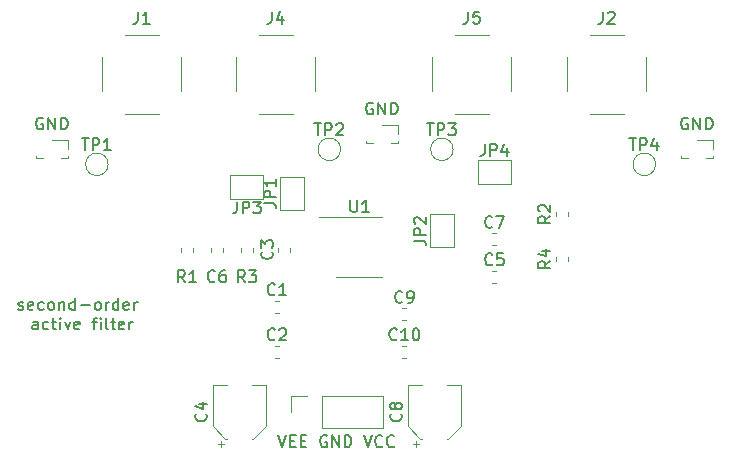
<source format=gbr>
G04 #@! TF.GenerationSoftware,KiCad,Pcbnew,(5.1.2)-2*
G04 #@! TF.CreationDate,2019-07-06T17:30:01+08:00*
G04 #@! TF.ProjectId,active_filter,61637469-7665-45f6-9669-6c7465722e6b,rev?*
G04 #@! TF.SameCoordinates,Original*
G04 #@! TF.FileFunction,Legend,Top*
G04 #@! TF.FilePolarity,Positive*
%FSLAX46Y46*%
G04 Gerber Fmt 4.6, Leading zero omitted, Abs format (unit mm)*
G04 Created by KiCad (PCBNEW (5.1.2)-2) date 2019-07-06 17:30:01*
%MOMM*%
%LPD*%
G04 APERTURE LIST*
%ADD10C,0.150000*%
%ADD11C,0.120000*%
G04 APERTURE END LIST*
D10*
X112729047Y-98004761D02*
X112824285Y-98052380D01*
X113014761Y-98052380D01*
X113110000Y-98004761D01*
X113157619Y-97909523D01*
X113157619Y-97861904D01*
X113110000Y-97766666D01*
X113014761Y-97719047D01*
X112871904Y-97719047D01*
X112776666Y-97671428D01*
X112729047Y-97576190D01*
X112729047Y-97528571D01*
X112776666Y-97433333D01*
X112871904Y-97385714D01*
X113014761Y-97385714D01*
X113110000Y-97433333D01*
X113967142Y-98004761D02*
X113871904Y-98052380D01*
X113681428Y-98052380D01*
X113586190Y-98004761D01*
X113538571Y-97909523D01*
X113538571Y-97528571D01*
X113586190Y-97433333D01*
X113681428Y-97385714D01*
X113871904Y-97385714D01*
X113967142Y-97433333D01*
X114014761Y-97528571D01*
X114014761Y-97623809D01*
X113538571Y-97719047D01*
X114871904Y-98004761D02*
X114776666Y-98052380D01*
X114586190Y-98052380D01*
X114490952Y-98004761D01*
X114443333Y-97957142D01*
X114395714Y-97861904D01*
X114395714Y-97576190D01*
X114443333Y-97480952D01*
X114490952Y-97433333D01*
X114586190Y-97385714D01*
X114776666Y-97385714D01*
X114871904Y-97433333D01*
X115443333Y-98052380D02*
X115348095Y-98004761D01*
X115300476Y-97957142D01*
X115252857Y-97861904D01*
X115252857Y-97576190D01*
X115300476Y-97480952D01*
X115348095Y-97433333D01*
X115443333Y-97385714D01*
X115586190Y-97385714D01*
X115681428Y-97433333D01*
X115729047Y-97480952D01*
X115776666Y-97576190D01*
X115776666Y-97861904D01*
X115729047Y-97957142D01*
X115681428Y-98004761D01*
X115586190Y-98052380D01*
X115443333Y-98052380D01*
X116205238Y-97385714D02*
X116205238Y-98052380D01*
X116205238Y-97480952D02*
X116252857Y-97433333D01*
X116348095Y-97385714D01*
X116490952Y-97385714D01*
X116586190Y-97433333D01*
X116633809Y-97528571D01*
X116633809Y-98052380D01*
X117538571Y-98052380D02*
X117538571Y-97052380D01*
X117538571Y-98004761D02*
X117443333Y-98052380D01*
X117252857Y-98052380D01*
X117157619Y-98004761D01*
X117110000Y-97957142D01*
X117062380Y-97861904D01*
X117062380Y-97576190D01*
X117110000Y-97480952D01*
X117157619Y-97433333D01*
X117252857Y-97385714D01*
X117443333Y-97385714D01*
X117538571Y-97433333D01*
X118014761Y-97671428D02*
X118776666Y-97671428D01*
X119395714Y-98052380D02*
X119300476Y-98004761D01*
X119252857Y-97957142D01*
X119205238Y-97861904D01*
X119205238Y-97576190D01*
X119252857Y-97480952D01*
X119300476Y-97433333D01*
X119395714Y-97385714D01*
X119538571Y-97385714D01*
X119633809Y-97433333D01*
X119681428Y-97480952D01*
X119729047Y-97576190D01*
X119729047Y-97861904D01*
X119681428Y-97957142D01*
X119633809Y-98004761D01*
X119538571Y-98052380D01*
X119395714Y-98052380D01*
X120157619Y-98052380D02*
X120157619Y-97385714D01*
X120157619Y-97576190D02*
X120205238Y-97480952D01*
X120252857Y-97433333D01*
X120348095Y-97385714D01*
X120443333Y-97385714D01*
X121205238Y-98052380D02*
X121205238Y-97052380D01*
X121205238Y-98004761D02*
X121110000Y-98052380D01*
X120919523Y-98052380D01*
X120824285Y-98004761D01*
X120776666Y-97957142D01*
X120729047Y-97861904D01*
X120729047Y-97576190D01*
X120776666Y-97480952D01*
X120824285Y-97433333D01*
X120919523Y-97385714D01*
X121110000Y-97385714D01*
X121205238Y-97433333D01*
X122062380Y-98004761D02*
X121967142Y-98052380D01*
X121776666Y-98052380D01*
X121681428Y-98004761D01*
X121633809Y-97909523D01*
X121633809Y-97528571D01*
X121681428Y-97433333D01*
X121776666Y-97385714D01*
X121967142Y-97385714D01*
X122062380Y-97433333D01*
X122110000Y-97528571D01*
X122110000Y-97623809D01*
X121633809Y-97719047D01*
X122538571Y-98052380D02*
X122538571Y-97385714D01*
X122538571Y-97576190D02*
X122586190Y-97480952D01*
X122633809Y-97433333D01*
X122729047Y-97385714D01*
X122824285Y-97385714D01*
X114371904Y-99702380D02*
X114371904Y-99178571D01*
X114324285Y-99083333D01*
X114229047Y-99035714D01*
X114038571Y-99035714D01*
X113943333Y-99083333D01*
X114371904Y-99654761D02*
X114276666Y-99702380D01*
X114038571Y-99702380D01*
X113943333Y-99654761D01*
X113895714Y-99559523D01*
X113895714Y-99464285D01*
X113943333Y-99369047D01*
X114038571Y-99321428D01*
X114276666Y-99321428D01*
X114371904Y-99273809D01*
X115276666Y-99654761D02*
X115181428Y-99702380D01*
X114990952Y-99702380D01*
X114895714Y-99654761D01*
X114848095Y-99607142D01*
X114800476Y-99511904D01*
X114800476Y-99226190D01*
X114848095Y-99130952D01*
X114895714Y-99083333D01*
X114990952Y-99035714D01*
X115181428Y-99035714D01*
X115276666Y-99083333D01*
X115562380Y-99035714D02*
X115943333Y-99035714D01*
X115705238Y-98702380D02*
X115705238Y-99559523D01*
X115752857Y-99654761D01*
X115848095Y-99702380D01*
X115943333Y-99702380D01*
X116276666Y-99702380D02*
X116276666Y-99035714D01*
X116276666Y-98702380D02*
X116229047Y-98750000D01*
X116276666Y-98797619D01*
X116324285Y-98750000D01*
X116276666Y-98702380D01*
X116276666Y-98797619D01*
X116657619Y-99035714D02*
X116895714Y-99702380D01*
X117133809Y-99035714D01*
X117895714Y-99654761D02*
X117800476Y-99702380D01*
X117610000Y-99702380D01*
X117514761Y-99654761D01*
X117467142Y-99559523D01*
X117467142Y-99178571D01*
X117514761Y-99083333D01*
X117610000Y-99035714D01*
X117800476Y-99035714D01*
X117895714Y-99083333D01*
X117943333Y-99178571D01*
X117943333Y-99273809D01*
X117467142Y-99369047D01*
X118990952Y-99035714D02*
X119371904Y-99035714D01*
X119133809Y-99702380D02*
X119133809Y-98845238D01*
X119181428Y-98750000D01*
X119276666Y-98702380D01*
X119371904Y-98702380D01*
X119705238Y-99702380D02*
X119705238Y-99035714D01*
X119705238Y-98702380D02*
X119657619Y-98750000D01*
X119705238Y-98797619D01*
X119752857Y-98750000D01*
X119705238Y-98702380D01*
X119705238Y-98797619D01*
X120324285Y-99702380D02*
X120229047Y-99654761D01*
X120181428Y-99559523D01*
X120181428Y-98702380D01*
X120562380Y-99035714D02*
X120943333Y-99035714D01*
X120705238Y-98702380D02*
X120705238Y-99559523D01*
X120752857Y-99654761D01*
X120848095Y-99702380D01*
X120943333Y-99702380D01*
X121657619Y-99654761D02*
X121562380Y-99702380D01*
X121371904Y-99702380D01*
X121276666Y-99654761D01*
X121229047Y-99559523D01*
X121229047Y-99178571D01*
X121276666Y-99083333D01*
X121371904Y-99035714D01*
X121562380Y-99035714D01*
X121657619Y-99083333D01*
X121705238Y-99178571D01*
X121705238Y-99273809D01*
X121229047Y-99369047D01*
X122133809Y-99702380D02*
X122133809Y-99035714D01*
X122133809Y-99226190D02*
X122181428Y-99130952D01*
X122229047Y-99083333D01*
X122324285Y-99035714D01*
X122419523Y-99035714D01*
D11*
X143510000Y-82425000D02*
X144840000Y-82425000D01*
X144840000Y-82425000D02*
X144840000Y-83185000D01*
X144840000Y-83760000D02*
X144840000Y-83880000D01*
X142180000Y-83760000D02*
X142180000Y-83880000D01*
X144270000Y-83880000D02*
X144840000Y-83880000D01*
X142180000Y-83880000D02*
X142750000Y-83880000D01*
X170180000Y-83695000D02*
X171510000Y-83695000D01*
X171510000Y-83695000D02*
X171510000Y-84455000D01*
X171510000Y-85030000D02*
X171510000Y-85150000D01*
X168850000Y-85030000D02*
X168850000Y-85150000D01*
X170940000Y-85150000D02*
X171510000Y-85150000D01*
X168850000Y-85150000D02*
X169420000Y-85150000D01*
X115570000Y-83695000D02*
X116900000Y-83695000D01*
X116900000Y-83695000D02*
X116900000Y-84455000D01*
X116900000Y-85030000D02*
X116900000Y-85150000D01*
X114240000Y-85030000D02*
X114240000Y-85150000D01*
X116330000Y-85150000D02*
X116900000Y-85150000D01*
X114240000Y-85150000D02*
X114810000Y-85150000D01*
X149540000Y-84455000D02*
G75*
G03X149540000Y-84455000I-950000J0D01*
G01*
X140015000Y-84455000D02*
G75*
G03X140015000Y-84455000I-950000J0D01*
G01*
X166685000Y-85725000D02*
G75*
G03X166685000Y-85725000I-950000J0D01*
G01*
X120330000Y-85725000D02*
G75*
G03X120330000Y-85725000I-950000J0D01*
G01*
X134448733Y-98300000D02*
X134791267Y-98300000D01*
X134448733Y-97280000D02*
X134791267Y-97280000D01*
X134448733Y-101090000D02*
X134791267Y-101090000D01*
X134448733Y-102110000D02*
X134791267Y-102110000D01*
X134745000Y-93121267D02*
X134745000Y-92778733D01*
X135765000Y-93121267D02*
X135765000Y-92778733D01*
X129635000Y-109430000D02*
X130135000Y-109430000D01*
X129885000Y-109680000D02*
X129885000Y-109180000D01*
X132640563Y-108940000D02*
X133705000Y-107875563D01*
X130249437Y-108940000D02*
X129185000Y-107875563D01*
X130249437Y-108940000D02*
X130385000Y-108940000D01*
X132640563Y-108940000D02*
X132505000Y-108940000D01*
X133705000Y-107875563D02*
X133705000Y-104420000D01*
X129185000Y-107875563D02*
X129185000Y-104420000D01*
X129185000Y-104420000D02*
X130385000Y-104420000D01*
X133705000Y-104420000D02*
X132505000Y-104420000D01*
X152863733Y-94740000D02*
X153206267Y-94740000D01*
X152863733Y-95760000D02*
X153206267Y-95760000D01*
X129030000Y-92778733D02*
X129030000Y-93121267D01*
X130050000Y-92778733D02*
X130050000Y-93121267D01*
X152863733Y-92585000D02*
X153206267Y-92585000D01*
X152863733Y-91565000D02*
X153206267Y-91565000D01*
X150215000Y-104420000D02*
X149015000Y-104420000D01*
X145695000Y-104420000D02*
X146895000Y-104420000D01*
X145695000Y-107875563D02*
X145695000Y-104420000D01*
X150215000Y-107875563D02*
X150215000Y-104420000D01*
X149150563Y-108940000D02*
X149015000Y-108940000D01*
X146759437Y-108940000D02*
X146895000Y-108940000D01*
X146759437Y-108940000D02*
X145695000Y-107875563D01*
X149150563Y-108940000D02*
X150215000Y-107875563D01*
X146395000Y-109680000D02*
X146395000Y-109180000D01*
X146145000Y-109430000D02*
X146645000Y-109430000D01*
X145243733Y-97915000D02*
X145586267Y-97915000D01*
X145243733Y-98935000D02*
X145586267Y-98935000D01*
X145243733Y-102110000D02*
X145586267Y-102110000D01*
X145243733Y-101090000D02*
X145586267Y-101090000D01*
X119835000Y-76655000D02*
X119835000Y-79555000D01*
X126545000Y-76655000D02*
X126545000Y-79555000D01*
X121740000Y-81460000D02*
X124640000Y-81460000D01*
X121740000Y-74750000D02*
X124640000Y-74750000D01*
X161110000Y-74750000D02*
X164010000Y-74750000D01*
X161110000Y-81460000D02*
X164010000Y-81460000D01*
X165915000Y-76655000D02*
X165915000Y-79555000D01*
X159205000Y-76655000D02*
X159205000Y-79555000D01*
X138430000Y-108010000D02*
X138430000Y-105350000D01*
X138430000Y-108010000D02*
X143570000Y-108010000D01*
X143570000Y-108010000D02*
X143570000Y-105350000D01*
X138430000Y-105350000D02*
X143570000Y-105350000D01*
X135830000Y-105350000D02*
X137160000Y-105350000D01*
X135830000Y-106680000D02*
X135830000Y-105350000D01*
X133075001Y-74750000D02*
X135975001Y-74750000D01*
X133075001Y-81460000D02*
X135975001Y-81460000D01*
X137880001Y-76655000D02*
X137880001Y-79555000D01*
X131170001Y-76655000D02*
X131170001Y-79555000D01*
X147775000Y-76655000D02*
X147775000Y-79555000D01*
X154485000Y-76655000D02*
X154485000Y-79555000D01*
X149680000Y-81460000D02*
X152580000Y-81460000D01*
X149680000Y-74750000D02*
X152580000Y-74750000D01*
X134890000Y-89575000D02*
X134890000Y-86775000D01*
X134890000Y-86775000D02*
X136890000Y-86775000D01*
X136890000Y-86775000D02*
X136890000Y-89575000D01*
X136890000Y-89575000D02*
X134890000Y-89575000D01*
X147590000Y-92750000D02*
X147590000Y-89950000D01*
X147590000Y-89950000D02*
X149590000Y-89950000D01*
X149590000Y-89950000D02*
X149590000Y-92750000D01*
X149590000Y-92750000D02*
X147590000Y-92750000D01*
X133480000Y-86630000D02*
X133480000Y-88630000D01*
X130680000Y-86630000D02*
X133480000Y-86630000D01*
X130680000Y-88630000D02*
X130680000Y-86630000D01*
X133480000Y-88630000D02*
X130680000Y-88630000D01*
X151635000Y-87360000D02*
X151635000Y-85360000D01*
X154435000Y-87360000D02*
X151635000Y-87360000D01*
X154435000Y-85360000D02*
X154435000Y-87360000D01*
X151635000Y-85360000D02*
X154435000Y-85360000D01*
X126490000Y-93121267D02*
X126490000Y-92778733D01*
X127510000Y-93121267D02*
X127510000Y-92778733D01*
X158240000Y-90101267D02*
X158240000Y-89758733D01*
X159260000Y-90101267D02*
X159260000Y-89758733D01*
X132590000Y-93121267D02*
X132590000Y-92778733D01*
X131570000Y-93121267D02*
X131570000Y-92778733D01*
X159260000Y-93911267D02*
X159260000Y-93568733D01*
X158240000Y-93911267D02*
X158240000Y-93568733D01*
X141605000Y-95270000D02*
X143555000Y-95270000D01*
X141605000Y-95270000D02*
X139655000Y-95270000D01*
X141605000Y-90150000D02*
X143555000Y-90150000D01*
X141605000Y-90150000D02*
X138155000Y-90150000D01*
D10*
X142748095Y-80550000D02*
X142652857Y-80502380D01*
X142510000Y-80502380D01*
X142367142Y-80550000D01*
X142271904Y-80645238D01*
X142224285Y-80740476D01*
X142176666Y-80930952D01*
X142176666Y-81073809D01*
X142224285Y-81264285D01*
X142271904Y-81359523D01*
X142367142Y-81454761D01*
X142510000Y-81502380D01*
X142605238Y-81502380D01*
X142748095Y-81454761D01*
X142795714Y-81407142D01*
X142795714Y-81073809D01*
X142605238Y-81073809D01*
X143224285Y-81502380D02*
X143224285Y-80502380D01*
X143795714Y-81502380D01*
X143795714Y-80502380D01*
X144271904Y-81502380D02*
X144271904Y-80502380D01*
X144510000Y-80502380D01*
X144652857Y-80550000D01*
X144748095Y-80645238D01*
X144795714Y-80740476D01*
X144843333Y-80930952D01*
X144843333Y-81073809D01*
X144795714Y-81264285D01*
X144748095Y-81359523D01*
X144652857Y-81454761D01*
X144510000Y-81502380D01*
X144271904Y-81502380D01*
X169418095Y-81820000D02*
X169322857Y-81772380D01*
X169180000Y-81772380D01*
X169037142Y-81820000D01*
X168941904Y-81915238D01*
X168894285Y-82010476D01*
X168846666Y-82200952D01*
X168846666Y-82343809D01*
X168894285Y-82534285D01*
X168941904Y-82629523D01*
X169037142Y-82724761D01*
X169180000Y-82772380D01*
X169275238Y-82772380D01*
X169418095Y-82724761D01*
X169465714Y-82677142D01*
X169465714Y-82343809D01*
X169275238Y-82343809D01*
X169894285Y-82772380D02*
X169894285Y-81772380D01*
X170465714Y-82772380D01*
X170465714Y-81772380D01*
X170941904Y-82772380D02*
X170941904Y-81772380D01*
X171180000Y-81772380D01*
X171322857Y-81820000D01*
X171418095Y-81915238D01*
X171465714Y-82010476D01*
X171513333Y-82200952D01*
X171513333Y-82343809D01*
X171465714Y-82534285D01*
X171418095Y-82629523D01*
X171322857Y-82724761D01*
X171180000Y-82772380D01*
X170941904Y-82772380D01*
X114808095Y-81820000D02*
X114712857Y-81772380D01*
X114570000Y-81772380D01*
X114427142Y-81820000D01*
X114331904Y-81915238D01*
X114284285Y-82010476D01*
X114236666Y-82200952D01*
X114236666Y-82343809D01*
X114284285Y-82534285D01*
X114331904Y-82629523D01*
X114427142Y-82724761D01*
X114570000Y-82772380D01*
X114665238Y-82772380D01*
X114808095Y-82724761D01*
X114855714Y-82677142D01*
X114855714Y-82343809D01*
X114665238Y-82343809D01*
X115284285Y-82772380D02*
X115284285Y-81772380D01*
X115855714Y-82772380D01*
X115855714Y-81772380D01*
X116331904Y-82772380D02*
X116331904Y-81772380D01*
X116570000Y-81772380D01*
X116712857Y-81820000D01*
X116808095Y-81915238D01*
X116855714Y-82010476D01*
X116903333Y-82200952D01*
X116903333Y-82343809D01*
X116855714Y-82534285D01*
X116808095Y-82629523D01*
X116712857Y-82724761D01*
X116570000Y-82772380D01*
X116331904Y-82772380D01*
X147328095Y-82259380D02*
X147899523Y-82259380D01*
X147613809Y-83259380D02*
X147613809Y-82259380D01*
X148232857Y-83259380D02*
X148232857Y-82259380D01*
X148613809Y-82259380D01*
X148709047Y-82307000D01*
X148756666Y-82354619D01*
X148804285Y-82449857D01*
X148804285Y-82592714D01*
X148756666Y-82687952D01*
X148709047Y-82735571D01*
X148613809Y-82783190D01*
X148232857Y-82783190D01*
X149137619Y-82259380D02*
X149756666Y-82259380D01*
X149423333Y-82640333D01*
X149566190Y-82640333D01*
X149661428Y-82687952D01*
X149709047Y-82735571D01*
X149756666Y-82830809D01*
X149756666Y-83068904D01*
X149709047Y-83164142D01*
X149661428Y-83211761D01*
X149566190Y-83259380D01*
X149280476Y-83259380D01*
X149185238Y-83211761D01*
X149137619Y-83164142D01*
X137803095Y-82259380D02*
X138374523Y-82259380D01*
X138088809Y-83259380D02*
X138088809Y-82259380D01*
X138707857Y-83259380D02*
X138707857Y-82259380D01*
X139088809Y-82259380D01*
X139184047Y-82307000D01*
X139231666Y-82354619D01*
X139279285Y-82449857D01*
X139279285Y-82592714D01*
X139231666Y-82687952D01*
X139184047Y-82735571D01*
X139088809Y-82783190D01*
X138707857Y-82783190D01*
X139660238Y-82354619D02*
X139707857Y-82307000D01*
X139803095Y-82259380D01*
X140041190Y-82259380D01*
X140136428Y-82307000D01*
X140184047Y-82354619D01*
X140231666Y-82449857D01*
X140231666Y-82545095D01*
X140184047Y-82687952D01*
X139612619Y-83259380D01*
X140231666Y-83259380D01*
X164473095Y-83529380D02*
X165044523Y-83529380D01*
X164758809Y-84529380D02*
X164758809Y-83529380D01*
X165377857Y-84529380D02*
X165377857Y-83529380D01*
X165758809Y-83529380D01*
X165854047Y-83577000D01*
X165901666Y-83624619D01*
X165949285Y-83719857D01*
X165949285Y-83862714D01*
X165901666Y-83957952D01*
X165854047Y-84005571D01*
X165758809Y-84053190D01*
X165377857Y-84053190D01*
X166806428Y-83862714D02*
X166806428Y-84529380D01*
X166568333Y-83481761D02*
X166330238Y-84196047D01*
X166949285Y-84196047D01*
X118118095Y-83529380D02*
X118689523Y-83529380D01*
X118403809Y-84529380D02*
X118403809Y-83529380D01*
X119022857Y-84529380D02*
X119022857Y-83529380D01*
X119403809Y-83529380D01*
X119499047Y-83577000D01*
X119546666Y-83624619D01*
X119594285Y-83719857D01*
X119594285Y-83862714D01*
X119546666Y-83957952D01*
X119499047Y-84005571D01*
X119403809Y-84053190D01*
X119022857Y-84053190D01*
X120546666Y-84529380D02*
X119975238Y-84529380D01*
X120260952Y-84529380D02*
X120260952Y-83529380D01*
X120165714Y-83672238D01*
X120070476Y-83767476D01*
X119975238Y-83815095D01*
X134453333Y-96717142D02*
X134405714Y-96764761D01*
X134262857Y-96812380D01*
X134167619Y-96812380D01*
X134024761Y-96764761D01*
X133929523Y-96669523D01*
X133881904Y-96574285D01*
X133834285Y-96383809D01*
X133834285Y-96240952D01*
X133881904Y-96050476D01*
X133929523Y-95955238D01*
X134024761Y-95860000D01*
X134167619Y-95812380D01*
X134262857Y-95812380D01*
X134405714Y-95860000D01*
X134453333Y-95907619D01*
X135405714Y-96812380D02*
X134834285Y-96812380D01*
X135120000Y-96812380D02*
X135120000Y-95812380D01*
X135024761Y-95955238D01*
X134929523Y-96050476D01*
X134834285Y-96098095D01*
X134453333Y-100527142D02*
X134405714Y-100574761D01*
X134262857Y-100622380D01*
X134167619Y-100622380D01*
X134024761Y-100574761D01*
X133929523Y-100479523D01*
X133881904Y-100384285D01*
X133834285Y-100193809D01*
X133834285Y-100050952D01*
X133881904Y-99860476D01*
X133929523Y-99765238D01*
X134024761Y-99670000D01*
X134167619Y-99622380D01*
X134262857Y-99622380D01*
X134405714Y-99670000D01*
X134453333Y-99717619D01*
X134834285Y-99717619D02*
X134881904Y-99670000D01*
X134977142Y-99622380D01*
X135215238Y-99622380D01*
X135310476Y-99670000D01*
X135358095Y-99717619D01*
X135405714Y-99812857D01*
X135405714Y-99908095D01*
X135358095Y-100050952D01*
X134786666Y-100622380D01*
X135405714Y-100622380D01*
X134182142Y-93116666D02*
X134229761Y-93164285D01*
X134277380Y-93307142D01*
X134277380Y-93402380D01*
X134229761Y-93545238D01*
X134134523Y-93640476D01*
X134039285Y-93688095D01*
X133848809Y-93735714D01*
X133705952Y-93735714D01*
X133515476Y-93688095D01*
X133420238Y-93640476D01*
X133325000Y-93545238D01*
X133277380Y-93402380D01*
X133277380Y-93307142D01*
X133325000Y-93164285D01*
X133372619Y-93116666D01*
X133277380Y-92783333D02*
X133277380Y-92164285D01*
X133658333Y-92497619D01*
X133658333Y-92354761D01*
X133705952Y-92259523D01*
X133753571Y-92211904D01*
X133848809Y-92164285D01*
X134086904Y-92164285D01*
X134182142Y-92211904D01*
X134229761Y-92259523D01*
X134277380Y-92354761D01*
X134277380Y-92640476D01*
X134229761Y-92735714D01*
X134182142Y-92783333D01*
X128602142Y-106846666D02*
X128649761Y-106894285D01*
X128697380Y-107037142D01*
X128697380Y-107132380D01*
X128649761Y-107275238D01*
X128554523Y-107370476D01*
X128459285Y-107418095D01*
X128268809Y-107465714D01*
X128125952Y-107465714D01*
X127935476Y-107418095D01*
X127840238Y-107370476D01*
X127745000Y-107275238D01*
X127697380Y-107132380D01*
X127697380Y-107037142D01*
X127745000Y-106894285D01*
X127792619Y-106846666D01*
X128030714Y-105989523D02*
X128697380Y-105989523D01*
X127649761Y-106227619D02*
X128364047Y-106465714D01*
X128364047Y-105846666D01*
X152868333Y-94177142D02*
X152820714Y-94224761D01*
X152677857Y-94272380D01*
X152582619Y-94272380D01*
X152439761Y-94224761D01*
X152344523Y-94129523D01*
X152296904Y-94034285D01*
X152249285Y-93843809D01*
X152249285Y-93700952D01*
X152296904Y-93510476D01*
X152344523Y-93415238D01*
X152439761Y-93320000D01*
X152582619Y-93272380D01*
X152677857Y-93272380D01*
X152820714Y-93320000D01*
X152868333Y-93367619D01*
X153773095Y-93272380D02*
X153296904Y-93272380D01*
X153249285Y-93748571D01*
X153296904Y-93700952D01*
X153392142Y-93653333D01*
X153630238Y-93653333D01*
X153725476Y-93700952D01*
X153773095Y-93748571D01*
X153820714Y-93843809D01*
X153820714Y-94081904D01*
X153773095Y-94177142D01*
X153725476Y-94224761D01*
X153630238Y-94272380D01*
X153392142Y-94272380D01*
X153296904Y-94224761D01*
X153249285Y-94177142D01*
X129373333Y-95607142D02*
X129325714Y-95654761D01*
X129182857Y-95702380D01*
X129087619Y-95702380D01*
X128944761Y-95654761D01*
X128849523Y-95559523D01*
X128801904Y-95464285D01*
X128754285Y-95273809D01*
X128754285Y-95130952D01*
X128801904Y-94940476D01*
X128849523Y-94845238D01*
X128944761Y-94750000D01*
X129087619Y-94702380D01*
X129182857Y-94702380D01*
X129325714Y-94750000D01*
X129373333Y-94797619D01*
X130230476Y-94702380D02*
X130040000Y-94702380D01*
X129944761Y-94750000D01*
X129897142Y-94797619D01*
X129801904Y-94940476D01*
X129754285Y-95130952D01*
X129754285Y-95511904D01*
X129801904Y-95607142D01*
X129849523Y-95654761D01*
X129944761Y-95702380D01*
X130135238Y-95702380D01*
X130230476Y-95654761D01*
X130278095Y-95607142D01*
X130325714Y-95511904D01*
X130325714Y-95273809D01*
X130278095Y-95178571D01*
X130230476Y-95130952D01*
X130135238Y-95083333D01*
X129944761Y-95083333D01*
X129849523Y-95130952D01*
X129801904Y-95178571D01*
X129754285Y-95273809D01*
X152868333Y-91002142D02*
X152820714Y-91049761D01*
X152677857Y-91097380D01*
X152582619Y-91097380D01*
X152439761Y-91049761D01*
X152344523Y-90954523D01*
X152296904Y-90859285D01*
X152249285Y-90668809D01*
X152249285Y-90525952D01*
X152296904Y-90335476D01*
X152344523Y-90240238D01*
X152439761Y-90145000D01*
X152582619Y-90097380D01*
X152677857Y-90097380D01*
X152820714Y-90145000D01*
X152868333Y-90192619D01*
X153201666Y-90097380D02*
X153868333Y-90097380D01*
X153439761Y-91097380D01*
X145112142Y-106846666D02*
X145159761Y-106894285D01*
X145207380Y-107037142D01*
X145207380Y-107132380D01*
X145159761Y-107275238D01*
X145064523Y-107370476D01*
X144969285Y-107418095D01*
X144778809Y-107465714D01*
X144635952Y-107465714D01*
X144445476Y-107418095D01*
X144350238Y-107370476D01*
X144255000Y-107275238D01*
X144207380Y-107132380D01*
X144207380Y-107037142D01*
X144255000Y-106894285D01*
X144302619Y-106846666D01*
X144635952Y-106275238D02*
X144588333Y-106370476D01*
X144540714Y-106418095D01*
X144445476Y-106465714D01*
X144397857Y-106465714D01*
X144302619Y-106418095D01*
X144255000Y-106370476D01*
X144207380Y-106275238D01*
X144207380Y-106084761D01*
X144255000Y-105989523D01*
X144302619Y-105941904D01*
X144397857Y-105894285D01*
X144445476Y-105894285D01*
X144540714Y-105941904D01*
X144588333Y-105989523D01*
X144635952Y-106084761D01*
X144635952Y-106275238D01*
X144683571Y-106370476D01*
X144731190Y-106418095D01*
X144826428Y-106465714D01*
X145016904Y-106465714D01*
X145112142Y-106418095D01*
X145159761Y-106370476D01*
X145207380Y-106275238D01*
X145207380Y-106084761D01*
X145159761Y-105989523D01*
X145112142Y-105941904D01*
X145016904Y-105894285D01*
X144826428Y-105894285D01*
X144731190Y-105941904D01*
X144683571Y-105989523D01*
X144635952Y-106084761D01*
X145248333Y-97352142D02*
X145200714Y-97399761D01*
X145057857Y-97447380D01*
X144962619Y-97447380D01*
X144819761Y-97399761D01*
X144724523Y-97304523D01*
X144676904Y-97209285D01*
X144629285Y-97018809D01*
X144629285Y-96875952D01*
X144676904Y-96685476D01*
X144724523Y-96590238D01*
X144819761Y-96495000D01*
X144962619Y-96447380D01*
X145057857Y-96447380D01*
X145200714Y-96495000D01*
X145248333Y-96542619D01*
X145724523Y-97447380D02*
X145915000Y-97447380D01*
X146010238Y-97399761D01*
X146057857Y-97352142D01*
X146153095Y-97209285D01*
X146200714Y-97018809D01*
X146200714Y-96637857D01*
X146153095Y-96542619D01*
X146105476Y-96495000D01*
X146010238Y-96447380D01*
X145819761Y-96447380D01*
X145724523Y-96495000D01*
X145676904Y-96542619D01*
X145629285Y-96637857D01*
X145629285Y-96875952D01*
X145676904Y-96971190D01*
X145724523Y-97018809D01*
X145819761Y-97066428D01*
X146010238Y-97066428D01*
X146105476Y-97018809D01*
X146153095Y-96971190D01*
X146200714Y-96875952D01*
X144772142Y-100527142D02*
X144724523Y-100574761D01*
X144581666Y-100622380D01*
X144486428Y-100622380D01*
X144343571Y-100574761D01*
X144248333Y-100479523D01*
X144200714Y-100384285D01*
X144153095Y-100193809D01*
X144153095Y-100050952D01*
X144200714Y-99860476D01*
X144248333Y-99765238D01*
X144343571Y-99670000D01*
X144486428Y-99622380D01*
X144581666Y-99622380D01*
X144724523Y-99670000D01*
X144772142Y-99717619D01*
X145724523Y-100622380D02*
X145153095Y-100622380D01*
X145438809Y-100622380D02*
X145438809Y-99622380D01*
X145343571Y-99765238D01*
X145248333Y-99860476D01*
X145153095Y-99908095D01*
X146343571Y-99622380D02*
X146438809Y-99622380D01*
X146534047Y-99670000D01*
X146581666Y-99717619D01*
X146629285Y-99812857D01*
X146676904Y-100003333D01*
X146676904Y-100241428D01*
X146629285Y-100431904D01*
X146581666Y-100527142D01*
X146534047Y-100574761D01*
X146438809Y-100622380D01*
X146343571Y-100622380D01*
X146248333Y-100574761D01*
X146200714Y-100527142D01*
X146153095Y-100431904D01*
X146105476Y-100241428D01*
X146105476Y-100003333D01*
X146153095Y-99812857D01*
X146200714Y-99717619D01*
X146248333Y-99670000D01*
X146343571Y-99622380D01*
X122856666Y-72807380D02*
X122856666Y-73521666D01*
X122809047Y-73664523D01*
X122713809Y-73759761D01*
X122570952Y-73807380D01*
X122475714Y-73807380D01*
X123856666Y-73807380D02*
X123285238Y-73807380D01*
X123570952Y-73807380D02*
X123570952Y-72807380D01*
X123475714Y-72950238D01*
X123380476Y-73045476D01*
X123285238Y-73093095D01*
X162226666Y-72807380D02*
X162226666Y-73521666D01*
X162179047Y-73664523D01*
X162083809Y-73759761D01*
X161940952Y-73807380D01*
X161845714Y-73807380D01*
X162655238Y-72902619D02*
X162702857Y-72855000D01*
X162798095Y-72807380D01*
X163036190Y-72807380D01*
X163131428Y-72855000D01*
X163179047Y-72902619D01*
X163226666Y-72997857D01*
X163226666Y-73093095D01*
X163179047Y-73235952D01*
X162607619Y-73807380D01*
X163226666Y-73807380D01*
X134747619Y-108672380D02*
X135080952Y-109672380D01*
X135414285Y-108672380D01*
X135747619Y-109148571D02*
X136080952Y-109148571D01*
X136223809Y-109672380D02*
X135747619Y-109672380D01*
X135747619Y-108672380D01*
X136223809Y-108672380D01*
X136652380Y-109148571D02*
X136985714Y-109148571D01*
X137128571Y-109672380D02*
X136652380Y-109672380D01*
X136652380Y-108672380D01*
X137128571Y-108672380D01*
X138842857Y-108720000D02*
X138747619Y-108672380D01*
X138604761Y-108672380D01*
X138461904Y-108720000D01*
X138366666Y-108815238D01*
X138319047Y-108910476D01*
X138271428Y-109100952D01*
X138271428Y-109243809D01*
X138319047Y-109434285D01*
X138366666Y-109529523D01*
X138461904Y-109624761D01*
X138604761Y-109672380D01*
X138700000Y-109672380D01*
X138842857Y-109624761D01*
X138890476Y-109577142D01*
X138890476Y-109243809D01*
X138700000Y-109243809D01*
X139319047Y-109672380D02*
X139319047Y-108672380D01*
X139890476Y-109672380D01*
X139890476Y-108672380D01*
X140366666Y-109672380D02*
X140366666Y-108672380D01*
X140604761Y-108672380D01*
X140747619Y-108720000D01*
X140842857Y-108815238D01*
X140890476Y-108910476D01*
X140938095Y-109100952D01*
X140938095Y-109243809D01*
X140890476Y-109434285D01*
X140842857Y-109529523D01*
X140747619Y-109624761D01*
X140604761Y-109672380D01*
X140366666Y-109672380D01*
X141985714Y-108672380D02*
X142319047Y-109672380D01*
X142652380Y-108672380D01*
X143557142Y-109577142D02*
X143509523Y-109624761D01*
X143366666Y-109672380D01*
X143271428Y-109672380D01*
X143128571Y-109624761D01*
X143033333Y-109529523D01*
X142985714Y-109434285D01*
X142938095Y-109243809D01*
X142938095Y-109100952D01*
X142985714Y-108910476D01*
X143033333Y-108815238D01*
X143128571Y-108720000D01*
X143271428Y-108672380D01*
X143366666Y-108672380D01*
X143509523Y-108720000D01*
X143557142Y-108767619D01*
X144557142Y-109577142D02*
X144509523Y-109624761D01*
X144366666Y-109672380D01*
X144271428Y-109672380D01*
X144128571Y-109624761D01*
X144033333Y-109529523D01*
X143985714Y-109434285D01*
X143938095Y-109243809D01*
X143938095Y-109100952D01*
X143985714Y-108910476D01*
X144033333Y-108815238D01*
X144128571Y-108720000D01*
X144271428Y-108672380D01*
X144366666Y-108672380D01*
X144509523Y-108720000D01*
X144557142Y-108767619D01*
X134191667Y-72807380D02*
X134191667Y-73521666D01*
X134144048Y-73664523D01*
X134048810Y-73759761D01*
X133905953Y-73807380D01*
X133810715Y-73807380D01*
X135096429Y-73140714D02*
X135096429Y-73807380D01*
X134858334Y-72759761D02*
X134620239Y-73474047D01*
X135239286Y-73474047D01*
X150796666Y-72807380D02*
X150796666Y-73521666D01*
X150749047Y-73664523D01*
X150653809Y-73759761D01*
X150510952Y-73807380D01*
X150415714Y-73807380D01*
X151749047Y-72807380D02*
X151272857Y-72807380D01*
X151225238Y-73283571D01*
X151272857Y-73235952D01*
X151368095Y-73188333D01*
X151606190Y-73188333D01*
X151701428Y-73235952D01*
X151749047Y-73283571D01*
X151796666Y-73378809D01*
X151796666Y-73616904D01*
X151749047Y-73712142D01*
X151701428Y-73759761D01*
X151606190Y-73807380D01*
X151368095Y-73807380D01*
X151272857Y-73759761D01*
X151225238Y-73712142D01*
X133542380Y-89008333D02*
X134256666Y-89008333D01*
X134399523Y-89055952D01*
X134494761Y-89151190D01*
X134542380Y-89294047D01*
X134542380Y-89389285D01*
X134542380Y-88532142D02*
X133542380Y-88532142D01*
X133542380Y-88151190D01*
X133590000Y-88055952D01*
X133637619Y-88008333D01*
X133732857Y-87960714D01*
X133875714Y-87960714D01*
X133970952Y-88008333D01*
X134018571Y-88055952D01*
X134066190Y-88151190D01*
X134066190Y-88532142D01*
X134542380Y-87008333D02*
X134542380Y-87579761D01*
X134542380Y-87294047D02*
X133542380Y-87294047D01*
X133685238Y-87389285D01*
X133780476Y-87484523D01*
X133828095Y-87579761D01*
X146242380Y-92183333D02*
X146956666Y-92183333D01*
X147099523Y-92230952D01*
X147194761Y-92326190D01*
X147242380Y-92469047D01*
X147242380Y-92564285D01*
X147242380Y-91707142D02*
X146242380Y-91707142D01*
X146242380Y-91326190D01*
X146290000Y-91230952D01*
X146337619Y-91183333D01*
X146432857Y-91135714D01*
X146575714Y-91135714D01*
X146670952Y-91183333D01*
X146718571Y-91230952D01*
X146766190Y-91326190D01*
X146766190Y-91707142D01*
X146337619Y-90754761D02*
X146290000Y-90707142D01*
X146242380Y-90611904D01*
X146242380Y-90373809D01*
X146290000Y-90278571D01*
X146337619Y-90230952D01*
X146432857Y-90183333D01*
X146528095Y-90183333D01*
X146670952Y-90230952D01*
X147242380Y-90802380D01*
X147242380Y-90183333D01*
X131246666Y-88882380D02*
X131246666Y-89596666D01*
X131199047Y-89739523D01*
X131103809Y-89834761D01*
X130960952Y-89882380D01*
X130865714Y-89882380D01*
X131722857Y-89882380D02*
X131722857Y-88882380D01*
X132103809Y-88882380D01*
X132199047Y-88930000D01*
X132246666Y-88977619D01*
X132294285Y-89072857D01*
X132294285Y-89215714D01*
X132246666Y-89310952D01*
X132199047Y-89358571D01*
X132103809Y-89406190D01*
X131722857Y-89406190D01*
X132627619Y-88882380D02*
X133246666Y-88882380D01*
X132913333Y-89263333D01*
X133056190Y-89263333D01*
X133151428Y-89310952D01*
X133199047Y-89358571D01*
X133246666Y-89453809D01*
X133246666Y-89691904D01*
X133199047Y-89787142D01*
X133151428Y-89834761D01*
X133056190Y-89882380D01*
X132770476Y-89882380D01*
X132675238Y-89834761D01*
X132627619Y-89787142D01*
X152201666Y-84012380D02*
X152201666Y-84726666D01*
X152154047Y-84869523D01*
X152058809Y-84964761D01*
X151915952Y-85012380D01*
X151820714Y-85012380D01*
X152677857Y-85012380D02*
X152677857Y-84012380D01*
X153058809Y-84012380D01*
X153154047Y-84060000D01*
X153201666Y-84107619D01*
X153249285Y-84202857D01*
X153249285Y-84345714D01*
X153201666Y-84440952D01*
X153154047Y-84488571D01*
X153058809Y-84536190D01*
X152677857Y-84536190D01*
X154106428Y-84345714D02*
X154106428Y-85012380D01*
X153868333Y-83964761D02*
X153630238Y-84679047D01*
X154249285Y-84679047D01*
X126833333Y-95702380D02*
X126500000Y-95226190D01*
X126261904Y-95702380D02*
X126261904Y-94702380D01*
X126642857Y-94702380D01*
X126738095Y-94750000D01*
X126785714Y-94797619D01*
X126833333Y-94892857D01*
X126833333Y-95035714D01*
X126785714Y-95130952D01*
X126738095Y-95178571D01*
X126642857Y-95226190D01*
X126261904Y-95226190D01*
X127785714Y-95702380D02*
X127214285Y-95702380D01*
X127500000Y-95702380D02*
X127500000Y-94702380D01*
X127404761Y-94845238D01*
X127309523Y-94940476D01*
X127214285Y-94988095D01*
X157772380Y-90096666D02*
X157296190Y-90430000D01*
X157772380Y-90668095D02*
X156772380Y-90668095D01*
X156772380Y-90287142D01*
X156820000Y-90191904D01*
X156867619Y-90144285D01*
X156962857Y-90096666D01*
X157105714Y-90096666D01*
X157200952Y-90144285D01*
X157248571Y-90191904D01*
X157296190Y-90287142D01*
X157296190Y-90668095D01*
X156867619Y-89715714D02*
X156820000Y-89668095D01*
X156772380Y-89572857D01*
X156772380Y-89334761D01*
X156820000Y-89239523D01*
X156867619Y-89191904D01*
X156962857Y-89144285D01*
X157058095Y-89144285D01*
X157200952Y-89191904D01*
X157772380Y-89763333D01*
X157772380Y-89144285D01*
X131913333Y-95702380D02*
X131580000Y-95226190D01*
X131341904Y-95702380D02*
X131341904Y-94702380D01*
X131722857Y-94702380D01*
X131818095Y-94750000D01*
X131865714Y-94797619D01*
X131913333Y-94892857D01*
X131913333Y-95035714D01*
X131865714Y-95130952D01*
X131818095Y-95178571D01*
X131722857Y-95226190D01*
X131341904Y-95226190D01*
X132246666Y-94702380D02*
X132865714Y-94702380D01*
X132532380Y-95083333D01*
X132675238Y-95083333D01*
X132770476Y-95130952D01*
X132818095Y-95178571D01*
X132865714Y-95273809D01*
X132865714Y-95511904D01*
X132818095Y-95607142D01*
X132770476Y-95654761D01*
X132675238Y-95702380D01*
X132389523Y-95702380D01*
X132294285Y-95654761D01*
X132246666Y-95607142D01*
X157772380Y-93906666D02*
X157296190Y-94240000D01*
X157772380Y-94478095D02*
X156772380Y-94478095D01*
X156772380Y-94097142D01*
X156820000Y-94001904D01*
X156867619Y-93954285D01*
X156962857Y-93906666D01*
X157105714Y-93906666D01*
X157200952Y-93954285D01*
X157248571Y-94001904D01*
X157296190Y-94097142D01*
X157296190Y-94478095D01*
X157105714Y-93049523D02*
X157772380Y-93049523D01*
X156724761Y-93287619D02*
X157439047Y-93525714D01*
X157439047Y-92906666D01*
X140843095Y-88762380D02*
X140843095Y-89571904D01*
X140890714Y-89667142D01*
X140938333Y-89714761D01*
X141033571Y-89762380D01*
X141224047Y-89762380D01*
X141319285Y-89714761D01*
X141366904Y-89667142D01*
X141414523Y-89571904D01*
X141414523Y-88762380D01*
X142414523Y-89762380D02*
X141843095Y-89762380D01*
X142128809Y-89762380D02*
X142128809Y-88762380D01*
X142033571Y-88905238D01*
X141938333Y-89000476D01*
X141843095Y-89048095D01*
M02*

</source>
